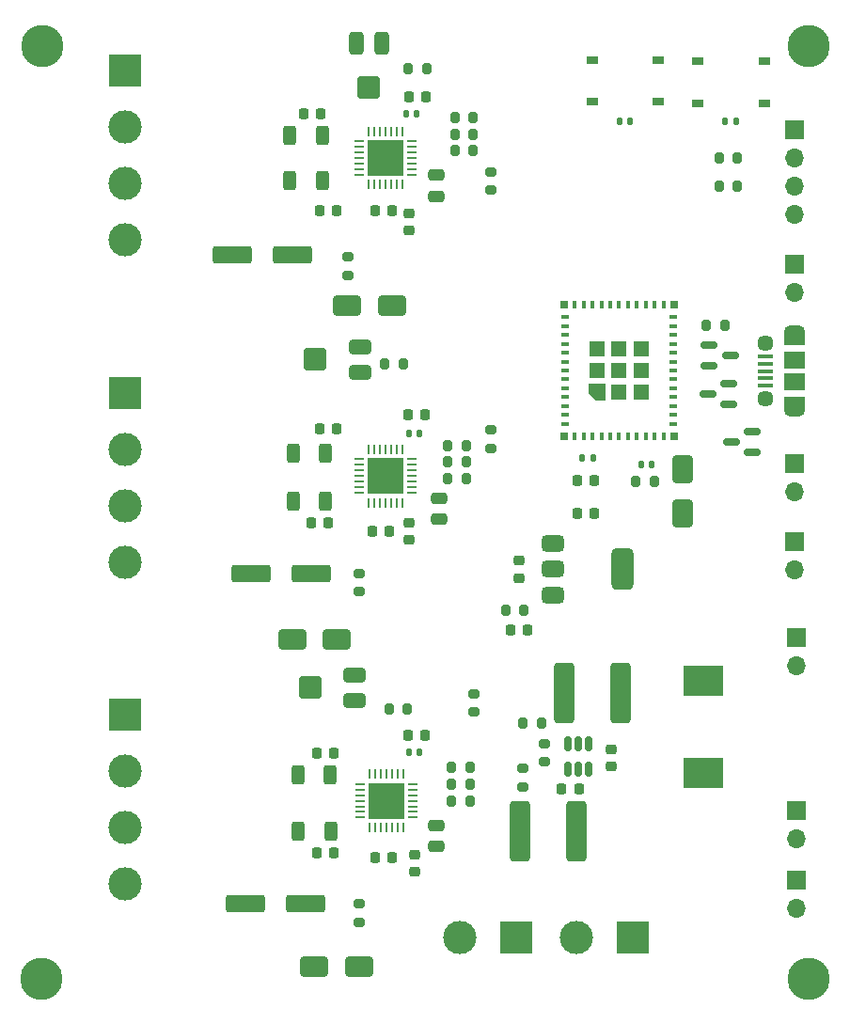
<source format=gbr>
%TF.GenerationSoftware,KiCad,Pcbnew,9.0.0*%
%TF.CreationDate,2025-05-08T18:28:11-07:00*%
%TF.ProjectId,Motor_Controller_Board_v1,4d6f746f-725f-4436-9f6e-74726f6c6c65,v1*%
%TF.SameCoordinates,Original*%
%TF.FileFunction,Soldermask,Top*%
%TF.FilePolarity,Negative*%
%FSLAX46Y46*%
G04 Gerber Fmt 4.6, Leading zero omitted, Abs format (unit mm)*
G04 Created by KiCad (PCBNEW 9.0.0) date 2025-05-08 18:28:11*
%MOMM*%
%LPD*%
G01*
G04 APERTURE LIST*
G04 Aperture macros list*
%AMRoundRect*
0 Rectangle with rounded corners*
0 $1 Rounding radius*
0 $2 $3 $4 $5 $6 $7 $8 $9 X,Y pos of 4 corners*
0 Add a 4 corners polygon primitive as box body*
4,1,4,$2,$3,$4,$5,$6,$7,$8,$9,$2,$3,0*
0 Add four circle primitives for the rounded corners*
1,1,$1+$1,$2,$3*
1,1,$1+$1,$4,$5*
1,1,$1+$1,$6,$7*
1,1,$1+$1,$8,$9*
0 Add four rect primitives between the rounded corners*
20,1,$1+$1,$2,$3,$4,$5,0*
20,1,$1+$1,$4,$5,$6,$7,0*
20,1,$1+$1,$6,$7,$8,$9,0*
20,1,$1+$1,$8,$9,$2,$3,0*%
%AMFreePoly0*
4,1,6,0.725000,-0.725000,-0.725000,-0.725000,-0.725000,0.125000,-0.125000,0.725000,0.725000,0.725000,0.725000,-0.725000,0.725000,-0.725000,$1*%
G04 Aperture macros list end*
%ADD10R,1.000000X0.750000*%
%ADD11RoundRect,0.150000X0.587500X0.150000X-0.587500X0.150000X-0.587500X-0.150000X0.587500X-0.150000X0*%
%ADD12RoundRect,0.225000X-0.225000X-0.250000X0.225000X-0.250000X0.225000X0.250000X-0.225000X0.250000X0*%
%ADD13RoundRect,0.225000X0.225000X0.250000X-0.225000X0.250000X-0.225000X-0.250000X0.225000X-0.250000X0*%
%ADD14RoundRect,0.250000X1.500000X0.550000X-1.500000X0.550000X-1.500000X-0.550000X1.500000X-0.550000X0*%
%ADD15RoundRect,0.140000X0.140000X0.170000X-0.140000X0.170000X-0.140000X-0.170000X0.140000X-0.170000X0*%
%ADD16RoundRect,0.250000X-0.400000X-0.750000X0.400000X-0.750000X0.400000X0.750000X-0.400000X0.750000X0*%
%ADD17RoundRect,0.250000X-0.750000X-0.750000X0.750000X-0.750000X0.750000X0.750000X-0.750000X0.750000X0*%
%ADD18RoundRect,0.250000X-0.750000X0.400000X-0.750000X-0.400000X0.750000X-0.400000X0.750000X0.400000X0*%
%ADD19RoundRect,0.250000X-0.750000X0.750000X-0.750000X-0.750000X0.750000X-0.750000X0.750000X0.750000X0*%
%ADD20R,3.000000X3.000000*%
%ADD21C,3.000000*%
%ADD22RoundRect,0.250000X0.650000X-1.000000X0.650000X1.000000X-0.650000X1.000000X-0.650000X-1.000000X0*%
%ADD23RoundRect,0.225000X0.250000X-0.225000X0.250000X0.225000X-0.250000X0.225000X-0.250000X-0.225000X0*%
%ADD24RoundRect,0.200000X-0.275000X0.200000X-0.275000X-0.200000X0.275000X-0.200000X0.275000X0.200000X0*%
%ADD25R,1.700000X1.700000*%
%ADD26O,1.700000X1.700000*%
%ADD27C,3.800000*%
%ADD28RoundRect,0.200000X0.200000X0.275000X-0.200000X0.275000X-0.200000X-0.275000X0.200000X-0.275000X0*%
%ADD29RoundRect,0.200000X-0.200000X-0.275000X0.200000X-0.275000X0.200000X0.275000X-0.200000X0.275000X0*%
%ADD30RoundRect,0.250000X0.650000X2.450000X-0.650000X2.450000X-0.650000X-2.450000X0.650000X-2.450000X0*%
%ADD31RoundRect,0.218750X0.218750X0.256250X-0.218750X0.256250X-0.218750X-0.256250X0.218750X-0.256250X0*%
%ADD32RoundRect,0.250000X0.312500X0.625000X-0.312500X0.625000X-0.312500X-0.625000X0.312500X-0.625000X0*%
%ADD33RoundRect,0.250000X-0.475000X0.250000X-0.475000X-0.250000X0.475000X-0.250000X0.475000X0.250000X0*%
%ADD34RoundRect,0.140000X-0.140000X-0.170000X0.140000X-0.170000X0.140000X0.170000X-0.140000X0.170000X0*%
%ADD35RoundRect,0.250000X1.000000X0.650000X-1.000000X0.650000X-1.000000X-0.650000X1.000000X-0.650000X0*%
%ADD36RoundRect,0.200000X0.275000X-0.200000X0.275000X0.200000X-0.275000X0.200000X-0.275000X-0.200000X0*%
%ADD37RoundRect,0.062500X0.062500X-0.387500X0.062500X0.387500X-0.062500X0.387500X-0.062500X-0.387500X0*%
%ADD38RoundRect,0.062500X0.387500X-0.062500X0.387500X0.062500X-0.387500X0.062500X-0.387500X-0.062500X0*%
%ADD39R,3.250000X3.250000*%
%ADD40RoundRect,0.225000X-0.250000X0.225000X-0.250000X-0.225000X0.250000X-0.225000X0.250000X0.225000X0*%
%ADD41R,3.600000X2.700000*%
%ADD42R,1.350000X0.400000*%
%ADD43O,1.900000X1.200000*%
%ADD44R,1.900000X1.200000*%
%ADD45C,1.450000*%
%ADD46R,1.900000X1.500000*%
%ADD47RoundRect,0.375000X-0.625000X-0.375000X0.625000X-0.375000X0.625000X0.375000X-0.625000X0.375000X0*%
%ADD48RoundRect,0.500000X-0.500000X-1.400000X0.500000X-1.400000X0.500000X1.400000X-0.500000X1.400000X0*%
%ADD49RoundRect,0.150000X-0.150000X0.512500X-0.150000X-0.512500X0.150000X-0.512500X0.150000X0.512500X0*%
%ADD50RoundRect,0.150000X-0.587500X-0.150000X0.587500X-0.150000X0.587500X0.150000X-0.587500X0.150000X0*%
%ADD51R,0.400000X0.800000*%
%ADD52R,0.800000X0.400000*%
%ADD53FreePoly0,90.000000*%
%ADD54R,1.450000X1.450000*%
%ADD55R,0.700000X0.700000*%
%ADD56RoundRect,0.250000X-1.000000X-0.650000X1.000000X-0.650000X1.000000X0.650000X-1.000000X0.650000X0*%
G04 APERTURE END LIST*
D10*
%TO.C,SW301*%
X166000000Y-71800000D03*
X172000000Y-71800000D03*
X166000000Y-75550000D03*
X172000000Y-75550000D03*
%TD*%
D11*
%TO.C,D304*%
X180450000Y-107150000D03*
X180450000Y-105250000D03*
X178575000Y-106200000D03*
%TD*%
D12*
%TO.C,C424*%
X146225000Y-114200000D03*
X147775000Y-114200000D03*
%TD*%
D13*
%TO.C,C206*%
X166225000Y-112650000D03*
X164675000Y-112650000D03*
%TD*%
D14*
%TO.C,C407*%
X139000000Y-89370000D03*
X133600000Y-89370000D03*
%TD*%
D15*
%TO.C,C409*%
X150480000Y-134100000D03*
X149520000Y-134100000D03*
%TD*%
D16*
%TO.C,RV401*%
X144750000Y-70300000D03*
D17*
X145900000Y-74300000D03*
D16*
X147050000Y-70300000D03*
%TD*%
D18*
%TO.C,RV402*%
X144600000Y-127150000D03*
D19*
X140600000Y-128300000D03*
D18*
X144600000Y-129450000D03*
%TD*%
D20*
%TO.C,J401*%
X124000000Y-72750000D03*
D21*
X124000000Y-77830000D03*
X124000000Y-82910000D03*
X124000000Y-87990000D03*
%TD*%
D22*
%TO.C,D303*%
X174200000Y-112650000D03*
X174200000Y-108650000D03*
%TD*%
D23*
%TO.C,C205*%
X159450000Y-118425000D03*
X159450000Y-116875000D03*
%TD*%
D24*
%TO.C,R410*%
X145000000Y-147795000D03*
X145000000Y-149445000D03*
%TD*%
D12*
%TO.C,C408*%
X146450000Y-85370000D03*
X148000000Y-85370000D03*
%TD*%
D25*
%TO.C,J301*%
X184275000Y-78080000D03*
D26*
X184275000Y-80620000D03*
X184275000Y-83160000D03*
X184275000Y-85700000D03*
%TD*%
D27*
%TO.C,H201*%
X116500000Y-70500000D03*
%TD*%
%TO.C,H204*%
X116420000Y-154500000D03*
%TD*%
D15*
%TO.C,C417*%
X150480000Y-105400000D03*
X149520000Y-105400000D03*
%TD*%
D27*
%TO.C,H203*%
X185500000Y-154500000D03*
%TD*%
D11*
%TO.C,D301*%
X178325000Y-102800000D03*
X178325000Y-100900000D03*
X176450000Y-101850000D03*
%TD*%
D28*
%TO.C,R406*%
X155325000Y-79980000D03*
X153675000Y-79980000D03*
%TD*%
D20*
%TO.C,J403*%
X124000000Y-101750000D03*
D21*
X124000000Y-106830000D03*
X124000000Y-111910000D03*
X124000000Y-116990000D03*
%TD*%
D29*
%TO.C,R407*%
X147750000Y-130200000D03*
X149400000Y-130200000D03*
%TD*%
D25*
%TO.C,J304*%
X184275000Y-108120000D03*
D26*
X184275000Y-110660000D03*
%TD*%
D25*
%TO.C,J206*%
X184400000Y-139400000D03*
D26*
X184400000Y-141940000D03*
%TD*%
D15*
%TO.C,C401*%
X150230000Y-76620000D03*
X149270000Y-76620000D03*
%TD*%
D29*
%TO.C,R203*%
X159775000Y-131500000D03*
X161425000Y-131500000D03*
%TD*%
%TO.C,R201*%
X158210000Y-121300000D03*
X159860000Y-121300000D03*
%TD*%
D30*
%TO.C,C204*%
X168600000Y-128800000D03*
X163500000Y-128800000D03*
%TD*%
D31*
%TO.C,D201*%
X160237500Y-123150000D03*
X158662500Y-123150000D03*
%TD*%
D29*
%TO.C,R302*%
X177450000Y-80650000D03*
X179100000Y-80650000D03*
%TD*%
%TO.C,R412*%
X147350000Y-99200000D03*
X149000000Y-99200000D03*
%TD*%
D32*
%TO.C,R421*%
X142000000Y-111500000D03*
X139075000Y-111500000D03*
%TD*%
D25*
%TO.C,J305*%
X184275000Y-115120000D03*
D26*
X184275000Y-117660000D03*
%TD*%
D33*
%TO.C,C412*%
X152000000Y-140720000D03*
X152000000Y-142620000D03*
%TD*%
D34*
%TO.C,C304*%
X170450000Y-108228000D03*
X171410000Y-108228000D03*
%TD*%
D25*
%TO.C,J303*%
X184275000Y-90160000D03*
D26*
X184275000Y-92700000D03*
%TD*%
D14*
%TO.C,C415*%
X140200000Y-147800000D03*
X134800000Y-147800000D03*
%TD*%
D32*
%TO.C,R420*%
X142000000Y-107210000D03*
X139075000Y-107210000D03*
%TD*%
D34*
%TO.C,C301*%
X165145000Y-107640000D03*
X166105000Y-107640000D03*
%TD*%
D30*
%TO.C,C202*%
X164600000Y-141200000D03*
X159500000Y-141200000D03*
%TD*%
D35*
%TO.C,D403*%
X143000000Y-124000000D03*
X139000000Y-124000000D03*
%TD*%
D12*
%TO.C,C421*%
X140690000Y-113500000D03*
X142240000Y-113500000D03*
%TD*%
D33*
%TO.C,C404*%
X152000000Y-82170000D03*
X152000000Y-84070000D03*
%TD*%
D32*
%TO.C,R404*%
X141712500Y-78620000D03*
X138787500Y-78620000D03*
%TD*%
D36*
%TO.C,R202*%
X159750000Y-137250000D03*
X159750000Y-135600000D03*
%TD*%
D29*
%TO.C,R401*%
X149475000Y-72600000D03*
X151125000Y-72600000D03*
%TD*%
D25*
%TO.C,J207*%
X184400000Y-145625000D03*
D26*
X184400000Y-148165000D03*
%TD*%
D37*
%TO.C,U401*%
X145900000Y-83020000D03*
X146400000Y-83020000D03*
X146900000Y-83020000D03*
X147400000Y-83020000D03*
X147900000Y-83020000D03*
X148400000Y-83020000D03*
X148900000Y-83020000D03*
D38*
X149800000Y-82120000D03*
X149800000Y-81620000D03*
X149800000Y-81120000D03*
X149800000Y-80620000D03*
X149800000Y-80120000D03*
X149800000Y-79620000D03*
X149800000Y-79120000D03*
D37*
X148900000Y-78220000D03*
X148400000Y-78220000D03*
X147900000Y-78220000D03*
X147400000Y-78220000D03*
X146900000Y-78220000D03*
X146400000Y-78220000D03*
X145900000Y-78220000D03*
D38*
X145000000Y-79120000D03*
X145000000Y-79620000D03*
X145000000Y-80120000D03*
X145000000Y-80620000D03*
X145000000Y-81120000D03*
X145000000Y-81620000D03*
X145000000Y-82120000D03*
D39*
X147400000Y-80620000D03*
%TD*%
D29*
%TO.C,R303*%
X177450000Y-83160000D03*
X179100000Y-83160000D03*
%TD*%
D40*
%TO.C,C411*%
X150000000Y-143325000D03*
X150000000Y-144875000D03*
%TD*%
D20*
%TO.C,J203*%
X159140000Y-150800000D03*
D21*
X154060000Y-150800000D03*
%TD*%
D41*
%TO.C,L201*%
X176050000Y-135950000D03*
X176050000Y-127650000D03*
%TD*%
D42*
%TO.C,J302*%
X181575000Y-101100000D03*
X181575000Y-100450000D03*
X181575000Y-99800000D03*
X181575000Y-99150000D03*
X181575000Y-98500000D03*
D43*
X184275000Y-103300000D03*
D44*
X184275000Y-102700000D03*
D45*
X181575000Y-102300000D03*
D46*
X184275000Y-100800000D03*
X184275000Y-98800000D03*
D45*
X181575000Y-97300000D03*
D44*
X184275000Y-96900000D03*
D43*
X184275000Y-96300000D03*
%TD*%
D40*
%TO.C,C419*%
X149500000Y-113450000D03*
X149500000Y-115000000D03*
%TD*%
D35*
%TO.C,D402*%
X145000000Y-153400000D03*
X141000000Y-153400000D03*
%TD*%
D12*
%TO.C,C406*%
X140005000Y-76680000D03*
X141555000Y-76680000D03*
%TD*%
D28*
%TO.C,R423*%
X154650000Y-106500000D03*
X153000000Y-106500000D03*
%TD*%
D12*
%TO.C,C422*%
X141450000Y-105000000D03*
X143000000Y-105000000D03*
%TD*%
D28*
%TO.C,R422*%
X154650000Y-109500000D03*
X153000000Y-109500000D03*
%TD*%
D24*
%TO.C,R409*%
X156900000Y-81850000D03*
X156900000Y-83500000D03*
%TD*%
D47*
%TO.C,U202*%
X162450000Y-115350000D03*
X162450000Y-117650000D03*
D48*
X168750000Y-117650000D03*
D47*
X162450000Y-119950000D03*
%TD*%
D49*
%TO.C,U201*%
X165700000Y-133375000D03*
X164750000Y-133375000D03*
X163800000Y-133375000D03*
X163800000Y-135650000D03*
X164750000Y-135650000D03*
X165700000Y-135650000D03*
%TD*%
D34*
%TO.C,C305*%
X178000000Y-77300000D03*
X178960000Y-77300000D03*
%TD*%
D37*
%TO.C,U403*%
X145900000Y-111650000D03*
X146400000Y-111650000D03*
X146900000Y-111650000D03*
X147400000Y-111650000D03*
X147900000Y-111650000D03*
X148400000Y-111650000D03*
X148900000Y-111650000D03*
D38*
X149800000Y-110750000D03*
X149800000Y-110250000D03*
X149800000Y-109750000D03*
X149800000Y-109250000D03*
X149800000Y-108750000D03*
X149800000Y-108250000D03*
X149800000Y-107750000D03*
D37*
X148900000Y-106850000D03*
X148400000Y-106850000D03*
X147900000Y-106850000D03*
X147400000Y-106850000D03*
X146900000Y-106850000D03*
X146400000Y-106850000D03*
X145900000Y-106850000D03*
D38*
X145000000Y-107750000D03*
X145000000Y-108250000D03*
X145000000Y-108750000D03*
X145000000Y-109250000D03*
X145000000Y-109750000D03*
X145000000Y-110250000D03*
X145000000Y-110750000D03*
D39*
X147400000Y-109250000D03*
%TD*%
D20*
%TO.C,J402*%
X124000000Y-130760000D03*
D21*
X124000000Y-135840000D03*
X124000000Y-140920000D03*
X124000000Y-146000000D03*
%TD*%
D37*
%TO.C,U402*%
X146000000Y-140900000D03*
X146500000Y-140900000D03*
X147000000Y-140900000D03*
X147500000Y-140900000D03*
X148000000Y-140900000D03*
X148500000Y-140900000D03*
X149000000Y-140900000D03*
D38*
X149900000Y-140000000D03*
X149900000Y-139500000D03*
X149900000Y-139000000D03*
X149900000Y-138500000D03*
X149900000Y-138000000D03*
X149900000Y-137500000D03*
X149900000Y-137000000D03*
D37*
X149000000Y-136100000D03*
X148500000Y-136100000D03*
X148000000Y-136100000D03*
X147500000Y-136100000D03*
X147000000Y-136100000D03*
X146500000Y-136100000D03*
X146000000Y-136100000D03*
D38*
X145100000Y-137000000D03*
X145100000Y-137500000D03*
X145100000Y-138000000D03*
X145100000Y-138500000D03*
X145100000Y-139000000D03*
X145100000Y-139500000D03*
X145100000Y-140000000D03*
D39*
X147500000Y-138500000D03*
%TD*%
D12*
%TO.C,C405*%
X141450000Y-85370000D03*
X143000000Y-85370000D03*
%TD*%
D50*
%TO.C,D302*%
X176575000Y-97450000D03*
X176575000Y-99350000D03*
X178450000Y-98400000D03*
%TD*%
D12*
%TO.C,C416*%
X146450000Y-143620000D03*
X148000000Y-143620000D03*
%TD*%
D32*
%TO.C,R413*%
X142437500Y-136200000D03*
X139512500Y-136200000D03*
%TD*%
D28*
%TO.C,R304*%
X177950000Y-95650000D03*
X176300000Y-95650000D03*
%TD*%
D36*
%TO.C,R424*%
X155400000Y-130525000D03*
X155400000Y-128875000D03*
%TD*%
D23*
%TO.C,C201*%
X167700000Y-135425000D03*
X167700000Y-133875000D03*
%TD*%
D51*
%TO.C,U301*%
X164450000Y-105650000D03*
X165250000Y-105650000D03*
X166050000Y-105650000D03*
X166850000Y-105650000D03*
X167650000Y-105650000D03*
X168450000Y-105650000D03*
X169250000Y-105650000D03*
X170050000Y-105650000D03*
X170850000Y-105650000D03*
X171650000Y-105650000D03*
X172450000Y-105650000D03*
D52*
X173350000Y-104550000D03*
X173350000Y-103750000D03*
X173350000Y-102950000D03*
X173350000Y-102150000D03*
X173350000Y-101350000D03*
X173350000Y-100550000D03*
X173350000Y-99750000D03*
X173350000Y-98950000D03*
X173350000Y-98150000D03*
X173350000Y-97350000D03*
X173350000Y-96550000D03*
X173350000Y-95750000D03*
X173350000Y-94950000D03*
D51*
X172450000Y-93850000D03*
X171650000Y-93850000D03*
X170850000Y-93850000D03*
X170050000Y-93850000D03*
X169250000Y-93850000D03*
X168450000Y-93850000D03*
X167650000Y-93850000D03*
X166850000Y-93850000D03*
X166050000Y-93850000D03*
X165250000Y-93850000D03*
X164450000Y-93850000D03*
D52*
X163550000Y-94950000D03*
X163550000Y-95750000D03*
X163550000Y-96550000D03*
X163550000Y-97350000D03*
X163550000Y-98150000D03*
X163550000Y-98950000D03*
X163550000Y-99750000D03*
X163550000Y-100550000D03*
X163550000Y-101350000D03*
X163550000Y-102150000D03*
X163550000Y-102950000D03*
X163550000Y-103750000D03*
X163550000Y-104550000D03*
D53*
X166475000Y-101725000D03*
D54*
X168450000Y-101725000D03*
X170425000Y-101725000D03*
X166475000Y-99750000D03*
X168450000Y-99750000D03*
X170425000Y-99750000D03*
X166475000Y-97775000D03*
X168450000Y-97775000D03*
X170425000Y-97775000D03*
D55*
X163500000Y-93800000D03*
X173400000Y-93800000D03*
X173400000Y-105700000D03*
X163500000Y-105700000D03*
%TD*%
D13*
%TO.C,C302*%
X166225000Y-109650000D03*
X164675000Y-109650000D03*
%TD*%
D34*
%TO.C,C303*%
X168500000Y-77300000D03*
X169460000Y-77300000D03*
%TD*%
D36*
%TO.C,R204*%
X161700000Y-134975000D03*
X161700000Y-133325000D03*
%TD*%
D27*
%TO.C,H202*%
X185500000Y-70500000D03*
%TD*%
D28*
%TO.C,R301*%
X171600000Y-109728000D03*
X169950000Y-109728000D03*
%TD*%
%TO.C,R416*%
X155000000Y-135500000D03*
X153350000Y-135500000D03*
%TD*%
D32*
%TO.C,R405*%
X141712500Y-82620000D03*
X138787500Y-82620000D03*
%TD*%
D20*
%TO.C,J201*%
X169700000Y-150800000D03*
D21*
X164620000Y-150800000D03*
%TD*%
D10*
%TO.C,SW302*%
X175500000Y-71925000D03*
X181500000Y-71925000D03*
X175500000Y-75675000D03*
X181500000Y-75675000D03*
%TD*%
D12*
%TO.C,C410*%
X149450000Y-132620000D03*
X151000000Y-132620000D03*
%TD*%
D28*
%TO.C,R408*%
X155325000Y-77000000D03*
X153675000Y-77000000D03*
%TD*%
D24*
%TO.C,R417*%
X145000000Y-118000000D03*
X145000000Y-119650000D03*
%TD*%
D18*
%TO.C,RV403*%
X145100000Y-97600000D03*
D19*
X141100000Y-98750000D03*
D18*
X145100000Y-99900000D03*
%TD*%
D12*
%TO.C,C414*%
X141200000Y-134200000D03*
X142750000Y-134200000D03*
%TD*%
D28*
%TO.C,R418*%
X154650000Y-108000000D03*
X153000000Y-108000000D03*
%TD*%
D12*
%TO.C,C203*%
X163275000Y-137400000D03*
X164825000Y-137400000D03*
%TD*%
%TO.C,C402*%
X149500000Y-75120000D03*
X151050000Y-75120000D03*
%TD*%
D36*
%TO.C,R419*%
X156900000Y-106750000D03*
X156900000Y-105100000D03*
%TD*%
D28*
%TO.C,R411*%
X155000000Y-137000000D03*
X153350000Y-137000000D03*
%TD*%
D56*
%TO.C,D401*%
X143975000Y-93950000D03*
X147975000Y-93950000D03*
%TD*%
D32*
%TO.C,R414*%
X142462500Y-141200000D03*
X139537500Y-141200000D03*
%TD*%
D28*
%TO.C,R415*%
X155000000Y-138500000D03*
X153350000Y-138500000D03*
%TD*%
D25*
%TO.C,J202*%
X184450000Y-123800000D03*
D26*
X184450000Y-126340000D03*
%TD*%
D40*
%TO.C,C403*%
X149500000Y-85620000D03*
X149500000Y-87170000D03*
%TD*%
D12*
%TO.C,C418*%
X149450000Y-103750000D03*
X151000000Y-103750000D03*
%TD*%
D14*
%TO.C,C423*%
X140700000Y-118000000D03*
X135300000Y-118000000D03*
%TD*%
D12*
%TO.C,C413*%
X141225000Y-143200000D03*
X142775000Y-143200000D03*
%TD*%
D24*
%TO.C,R402*%
X144000000Y-89545000D03*
X144000000Y-91195000D03*
%TD*%
D28*
%TO.C,R403*%
X155325000Y-78500000D03*
X153675000Y-78500000D03*
%TD*%
D33*
%TO.C,C420*%
X152250000Y-111250000D03*
X152250000Y-113150000D03*
%TD*%
M02*

</source>
